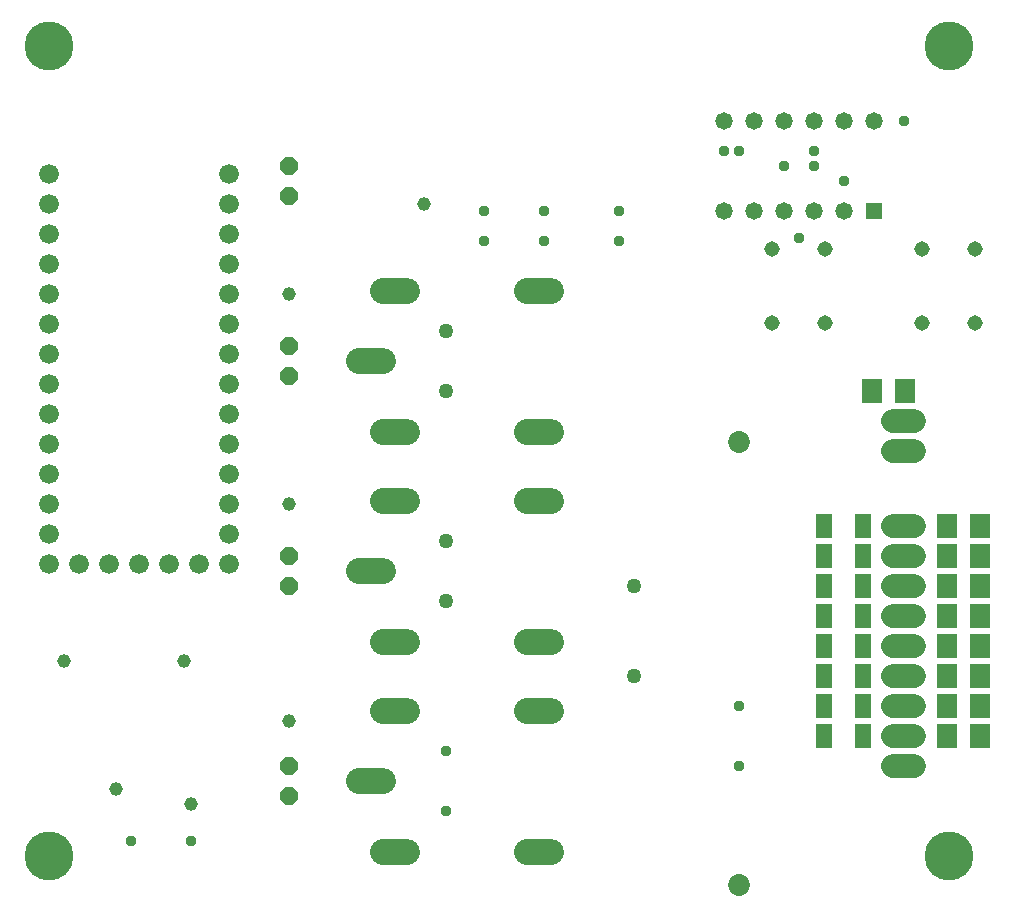
<source format=gbr>
G04 EAGLE Gerber RS-274X export*
G75*
%MOMM*%
%FSLAX34Y34*%
%LPD*%
%INSoldermask Bottom*%
%IPPOS*%
%AMOC8*
5,1,8,0,0,1.08239X$1,22.5*%
G01*
%ADD10C,2.003200*%
%ADD11C,2.184400*%
%ADD12C,1.676400*%
%ADD13R,1.403200X2.003200*%
%ADD14R,1.803200X2.003200*%
%ADD15P,1.649562X8X112.500000*%
%ADD16C,1.853200*%
%ADD17R,1.473200X1.473200*%
%ADD18C,1.473200*%
%ADD19C,1.311200*%
%ADD20C,0.959600*%
%ADD21C,1.159600*%
%ADD22C,4.140200*%
%ADD23C,1.259600*%


D10*
X796400Y139700D02*
X778400Y139700D01*
X778400Y165100D02*
X796400Y165100D01*
X796400Y190500D02*
X778400Y190500D01*
X778400Y215900D02*
X796400Y215900D01*
X796400Y241300D02*
X778400Y241300D01*
X778400Y266700D02*
X796400Y266700D01*
X796400Y292100D02*
X778400Y292100D01*
X778400Y317500D02*
X796400Y317500D01*
X796400Y342900D02*
X778400Y342900D01*
X778400Y431800D02*
X796400Y431800D01*
X796400Y406400D02*
X778400Y406400D01*
D11*
X346456Y482600D02*
X326644Y482600D01*
X346964Y422910D02*
X366776Y422910D01*
X366776Y542290D02*
X346964Y542290D01*
X468884Y542290D02*
X488696Y542290D01*
X488696Y422910D02*
X468884Y422910D01*
X346456Y304800D02*
X326644Y304800D01*
X346964Y245110D02*
X366776Y245110D01*
X366776Y364490D02*
X346964Y364490D01*
X468884Y364490D02*
X488696Y364490D01*
X488696Y245110D02*
X468884Y245110D01*
X346456Y127000D02*
X326644Y127000D01*
X346964Y67310D02*
X366776Y67310D01*
X366776Y186690D02*
X346964Y186690D01*
X468884Y186690D02*
X488696Y186690D01*
X488696Y67310D02*
X468884Y67310D01*
D12*
X63500Y590550D03*
X63500Y565150D03*
X63500Y539750D03*
X63500Y514350D03*
X63500Y488950D03*
X63500Y463550D03*
X63500Y438150D03*
X63500Y412750D03*
X63500Y387350D03*
X63500Y361950D03*
X63500Y336550D03*
X63500Y311150D03*
X215900Y311150D03*
X215900Y336550D03*
X215900Y361950D03*
X215900Y387350D03*
X215900Y412750D03*
X215900Y438150D03*
X215900Y463550D03*
X215900Y488950D03*
X215900Y514350D03*
X215900Y539750D03*
X215900Y565150D03*
X63500Y615950D03*
X215900Y590550D03*
X63500Y641350D03*
X215900Y641350D03*
X215900Y615950D03*
X190500Y311150D03*
X165100Y311150D03*
X139700Y311150D03*
X114300Y311150D03*
X88900Y311150D03*
D13*
X753100Y292100D03*
X720100Y292100D03*
X753100Y190500D03*
X720100Y190500D03*
X753100Y317500D03*
X720100Y317500D03*
X753100Y215900D03*
X720100Y215900D03*
X753100Y165100D03*
X720100Y165100D03*
X753100Y266700D03*
X720100Y266700D03*
X753100Y241300D03*
X720100Y241300D03*
X753100Y342900D03*
X720100Y342900D03*
D14*
X824200Y165100D03*
X852200Y165100D03*
X824200Y241300D03*
X852200Y241300D03*
X824200Y266700D03*
X852200Y266700D03*
X824200Y342900D03*
X852200Y342900D03*
X824200Y292100D03*
X852200Y292100D03*
X824200Y190500D03*
X852200Y190500D03*
X824200Y215900D03*
X852200Y215900D03*
X824200Y317500D03*
X852200Y317500D03*
D15*
X266700Y469900D03*
X266700Y495300D03*
X266700Y292100D03*
X266700Y317500D03*
X266700Y114300D03*
X266700Y139700D03*
D14*
X788700Y457200D03*
X760700Y457200D03*
D16*
X647700Y39050D03*
X647700Y414050D03*
D15*
X266700Y622300D03*
X266700Y647700D03*
D17*
X762000Y609600D03*
D18*
X736600Y609600D03*
X711200Y609600D03*
X685800Y609600D03*
X660400Y609600D03*
X635000Y609600D03*
X635000Y685800D03*
X660400Y685800D03*
X685800Y685800D03*
X711200Y685800D03*
X736600Y685800D03*
X762000Y685800D03*
D19*
X848000Y577350D03*
X803000Y514850D03*
X848000Y514850D03*
X803000Y577350D03*
X721000Y577350D03*
X676000Y514850D03*
X721000Y514850D03*
X676000Y577350D03*
D20*
X647700Y190500D03*
X647700Y139700D03*
D21*
X120650Y120650D03*
X184150Y107950D03*
X266700Y177800D03*
X266700Y361950D03*
X266700Y539750D03*
D22*
X63500Y63500D03*
X825500Y63500D03*
X825500Y749300D03*
X63500Y749300D03*
D21*
X381000Y615950D03*
X76200Y228600D03*
X177800Y228600D03*
D23*
X558800Y292100D03*
X558800Y215900D03*
D20*
X184150Y76200D03*
X133350Y76200D03*
D23*
X400050Y508000D03*
X400050Y457200D03*
X400050Y279400D03*
X400050Y330200D03*
D20*
X400050Y152400D03*
X400050Y101600D03*
X431800Y609600D03*
X431800Y584200D03*
X787400Y685800D03*
X711200Y660400D03*
X647700Y660400D03*
X736600Y635000D03*
X685800Y647700D03*
X635000Y660400D03*
X698500Y587150D03*
X711200Y647700D03*
X482600Y609600D03*
X482600Y584200D03*
X546100Y609600D03*
X546100Y584200D03*
M02*

</source>
